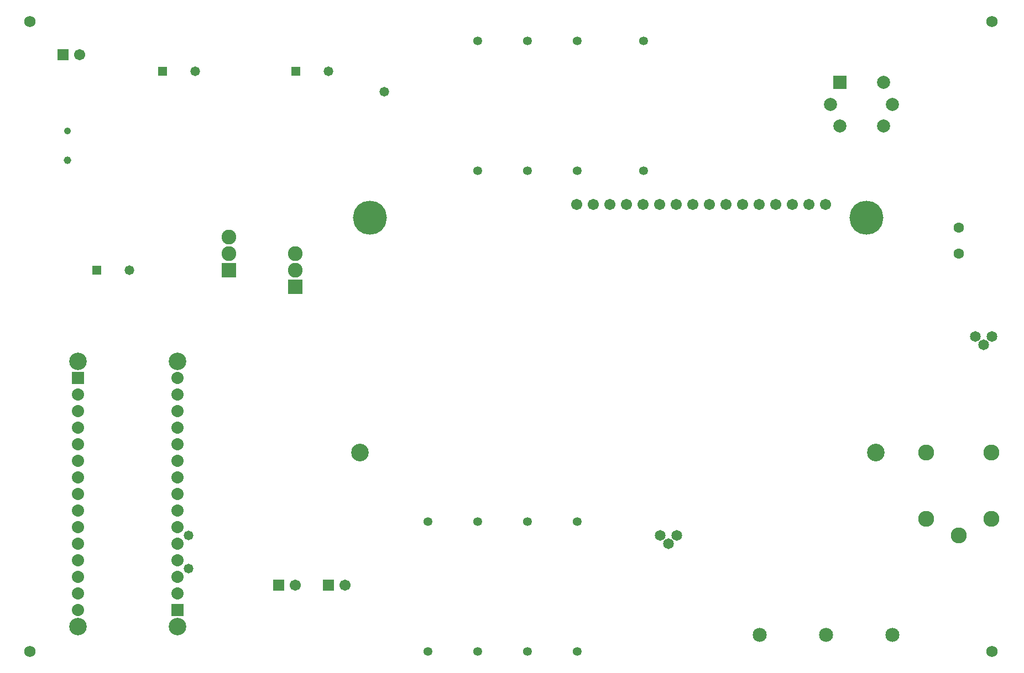
<source format=gbs>
G04*
G04 #@! TF.GenerationSoftware,Altium Limited,Altium Designer,23.6.0 (18)*
G04*
G04 Layer_Color=16711935*
%FSLAX44Y44*%
%MOMM*%
G71*
G04*
G04 #@! TF.SameCoordinates,7898EC2A-0A59-48EF-961D-189EECB35E8C*
G04*
G04*
G04 #@! TF.FilePolarity,Negative*
G04*
G01*
G75*
%ADD20C,5.2032*%
%ADD21C,2.7032*%
%ADD22C,1.7032*%
%ADD23C,1.7272*%
%ADD24C,1.3532*%
%ADD25C,1.1532*%
%ADD26C,1.0532*%
%ADD27R,2.2582X2.2582*%
%ADD28C,2.2582*%
%ADD29C,2.4532*%
%ADD30R,1.4782X1.4782*%
%ADD31C,1.4782*%
%ADD32C,1.6432*%
%ADD33R,1.7032X1.7032*%
%ADD34C,2.1532*%
%ADD35C,1.6032*%
%ADD36C,2.0032*%
%ADD37R,2.0032X2.0032*%
%ADD38R,1.8682X1.8682*%
%ADD39C,1.8682*%
%ADD40C,2.6782*%
%ADD41C,1.4732*%
D20*
X545800Y690200D02*
D03*
X1305800D02*
D03*
D21*
X530800Y330200D02*
D03*
X1320800D02*
D03*
D22*
X888200Y710200D02*
D03*
X862800D02*
D03*
X1243800D02*
D03*
X1218400D02*
D03*
X1193000D02*
D03*
X1167600D02*
D03*
X1142200D02*
D03*
X1116800D02*
D03*
X1091400D02*
D03*
X1066000D02*
D03*
X1040600D02*
D03*
X1015200D02*
D03*
X989800D02*
D03*
X964400D02*
D03*
X939000D02*
D03*
X913600D02*
D03*
X431800Y127000D02*
D03*
X508000D02*
D03*
X101600Y939800D02*
D03*
D23*
X1498600Y25400D02*
D03*
X25400D02*
D03*
Y990600D02*
D03*
X1498600D02*
D03*
D24*
X863600Y762000D02*
D03*
Y961000D02*
D03*
X787400Y25400D02*
D03*
Y224400D02*
D03*
X711200Y25400D02*
D03*
Y224400D02*
D03*
X635000Y25400D02*
D03*
Y224400D02*
D03*
X863600Y25400D02*
D03*
Y224400D02*
D03*
X711200Y762000D02*
D03*
Y961000D02*
D03*
X965200Y762000D02*
D03*
Y961000D02*
D03*
X787400Y762000D02*
D03*
Y961000D02*
D03*
D25*
X82400Y778000D02*
D03*
D26*
Y823000D02*
D03*
D27*
X330200Y609700D02*
D03*
X431800Y584200D02*
D03*
D28*
X330200Y635050D02*
D03*
Y660400D02*
D03*
X431800Y609550D02*
D03*
Y634900D02*
D03*
D29*
X1497800Y228200D02*
D03*
Y330200D02*
D03*
X1397800D02*
D03*
Y228200D02*
D03*
X1447800Y203200D02*
D03*
D30*
X127800Y609600D02*
D03*
X228600Y914400D02*
D03*
X432600D02*
D03*
D31*
X177800Y609600D02*
D03*
X278600Y914400D02*
D03*
X482600D02*
D03*
D32*
X1016000Y203200D02*
D03*
X1003300Y190500D02*
D03*
X990600Y203200D02*
D03*
X1498600Y508000D02*
D03*
X1485900Y495300D02*
D03*
X1473200Y508000D02*
D03*
D33*
X406400Y127000D02*
D03*
X482600D02*
D03*
X76200Y939800D02*
D03*
D34*
X1346200Y50800D02*
D03*
X1244600D02*
D03*
X1143000D02*
D03*
D35*
X1447800Y675000D02*
D03*
Y635000D02*
D03*
D36*
X1251200Y863600D02*
D03*
X1346200D02*
D03*
X1332287Y830013D02*
D03*
X1265113D02*
D03*
X1332287Y897187D02*
D03*
D37*
X1265113D02*
D03*
D38*
X98769Y444353D02*
D03*
X251169Y88753D02*
D03*
D39*
X98769Y418953D02*
D03*
Y393553D02*
D03*
Y368153D02*
D03*
Y342753D02*
D03*
Y317353D02*
D03*
Y291953D02*
D03*
Y266553D02*
D03*
Y241153D02*
D03*
Y215753D02*
D03*
Y190353D02*
D03*
Y164953D02*
D03*
Y139553D02*
D03*
Y114153D02*
D03*
Y88753D02*
D03*
X251169Y114153D02*
D03*
Y139553D02*
D03*
Y164953D02*
D03*
Y190353D02*
D03*
Y215753D02*
D03*
Y241153D02*
D03*
Y266553D02*
D03*
Y291953D02*
D03*
Y317353D02*
D03*
Y342753D02*
D03*
Y368153D02*
D03*
Y393553D02*
D03*
Y418953D02*
D03*
Y444353D02*
D03*
D40*
X98769Y469753D02*
D03*
X251169D02*
D03*
Y63353D02*
D03*
X98769D02*
D03*
D41*
X567690Y882650D02*
D03*
X268478Y202946D02*
D03*
Y152146D02*
D03*
M02*

</source>
